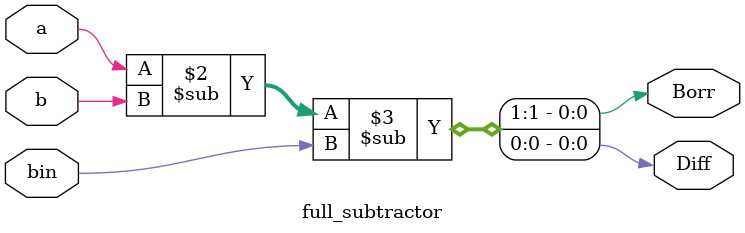
<source format=v>


`timescale 1ns / 1ps
 
module full_subtractor(
    input a,
    input b,
    input bin,
    output reg Diff,
    output reg Borr
);
    always @(*) begin
        {Borr,Diff} = (a - b) - bin;
    end
endmodule

</source>
